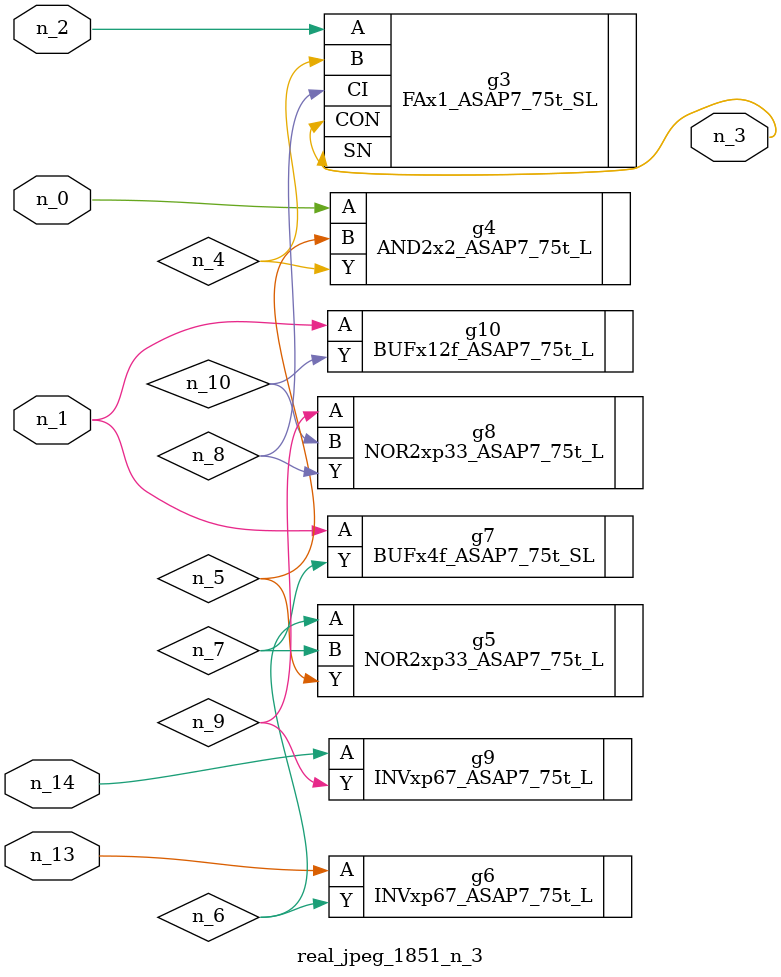
<source format=v>
module real_jpeg_1851_n_3 (n_0, n_1, n_14, n_2, n_13, n_3);

input n_0;
input n_1;
input n_14;
input n_2;
input n_13;

output n_3;

wire n_5;
wire n_4;
wire n_8;
wire n_6;
wire n_7;
wire n_10;
wire n_9;

AND2x2_ASAP7_75t_L g4 ( 
.A(n_0),
.B(n_5),
.Y(n_4)
);

BUFx4f_ASAP7_75t_SL g7 ( 
.A(n_1),
.Y(n_7)
);

BUFx12f_ASAP7_75t_L g10 ( 
.A(n_1),
.Y(n_10)
);

FAx1_ASAP7_75t_SL g3 ( 
.A(n_2),
.B(n_4),
.CI(n_8),
.CON(n_3),
.SN(n_3)
);

NOR2xp33_ASAP7_75t_L g5 ( 
.A(n_6),
.B(n_7),
.Y(n_5)
);

NOR2xp33_ASAP7_75t_L g8 ( 
.A(n_9),
.B(n_10),
.Y(n_8)
);

INVxp67_ASAP7_75t_L g6 ( 
.A(n_13),
.Y(n_6)
);

INVxp67_ASAP7_75t_L g9 ( 
.A(n_14),
.Y(n_9)
);


endmodule
</source>
